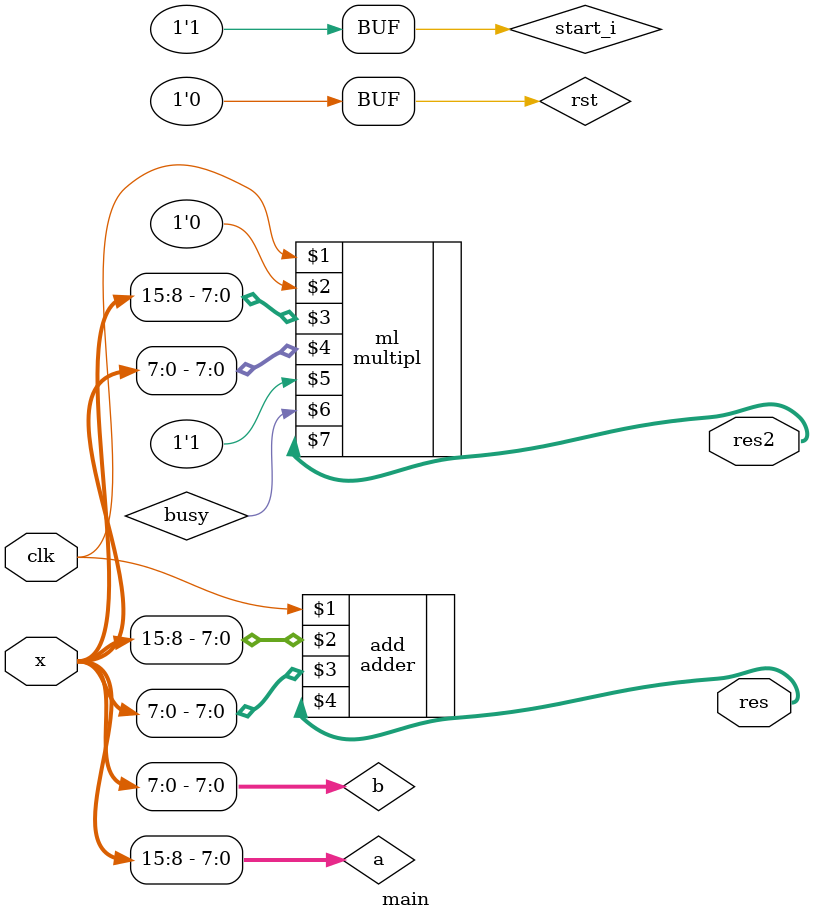
<source format=v>
`timescale 1ns / 1ps


module main(
        input clk,
        input wire [15:0] x,
        output wire [15:0] res,
        output wire [15:0] res2
       /* output reg CA,
        output wire CB,
        output wire CC,
        output wire CD,
        output wire CE,
        output wire CF,
        output wire CG,
        output [7:0] AN*/
        //output wire [23:0] res,
        //output wire [23:0] res2
    );
    //wire [23:0] res2;
    reg rst = 0;
    wire start_i = 1;
    wire busy;
    wire[7:0] a = x[15:8];
    wire[7:0] b = x[7:0];
    adder add(clk, a, b, res);
    multipl ml(clk, rst, a, b, start_i, busy, res2); 
    //seg7 seg7(x, CLK100MHZ, CA, CB, CC, CD, CE, CF, CG, AN);
endmodule

</source>
